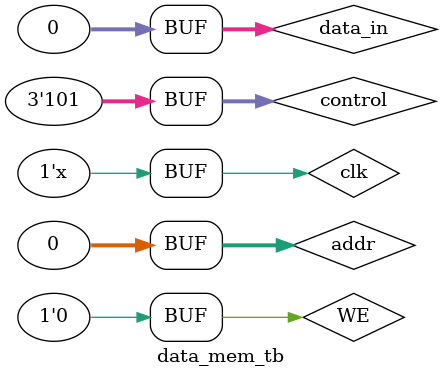
<source format=v>
module data_mem (
    input   wire          clk,
    input   wire [31:0]   mem_addr,
    input   wire          mem_wr_en,
    input   wire [31:0]   mem_data_in,
    output  wire  [31:0]   mem_data_out
);

    reg    [31:0] data_memory [2048:0];
    assign mem_data_out = data_memory[mem_addr];

    always @(posedge clk)
    begin
        if(mem_wr_en)
             data_memory[mem_addr] <= mem_data_in;
    end 
endmodule

module data_mem_w_ctrl (
    input   wire          clk,
    input   wire [31:0]   mem_addr,
    input   wire [2:0]    mem_control,
    input   wire          mem_wr_en,
    input   wire [31:0]   mem_data_in,
    output  wire [31:0]   mem_data_out
);
 
    reg    [31:0] data_memory [2047:0];
    assign mem_data_out = (mem_control == 3'b010) ? data_memory[mem_addr]:
                          (mem_control == 3'b001) ? {{16{data_memory[mem_addr][15]}},data_memory[mem_addr][15:0]}:
                          (mem_control == 3'b000) ? {{24{data_memory[mem_addr][7]}},data_memory[mem_addr][7:0]}:
                          (mem_control == 3'b101) ? {{16{1'b0}},data_memory[mem_addr][15:0]}:
                          (mem_control == 3'b100) ? {{24{1'b0}},data_memory[mem_addr][7:0]}:data_memory[mem_addr];

    always @(posedge clk)
    begin
        if(mem_wr_en)
            case(mem_control[1:0])
                2'b10: data_memory[mem_addr] <= mem_data_in;
                2'b01: data_memory[mem_addr][15:0] <= {16'h0,mem_data_in[15:0]};
                2'b00: data_memory[mem_addr] <= {7'h0,mem_data_in[7:0]};
            default : data_memory[mem_addr] <= mem_data_in;
            endcase
    end 
endmodule

module data_mem_tb();
    reg         clk;
    reg         WE;
    reg  [31:0] addr;
    reg  [31:0] data_in;
    reg  [2:0]  control;
    wire [31:0] data_out;

    data_mem_w_ctrl DUT(.clk(clk),
                            .mem_addr(addr),
                            .mem_control(control),
                            .mem_wr_en(WE),
                            .mem_data_in(data_in),
                            .mem_data_out(data_out)
                            );

    always #5 clk = ~clk;

    initial begin
        clk = 1;
        WE = 1;
        addr= 32'h0;
        data_in = 32'hffffffff;
        #20
        WE = 0;
        data_in = 32'h0;
        control = 3'b001;
        #20
        control = 3'b010;
        #20
        control = 3'b100;
        #20
        control = 3'b101;

         
    end

endmodule
</source>
